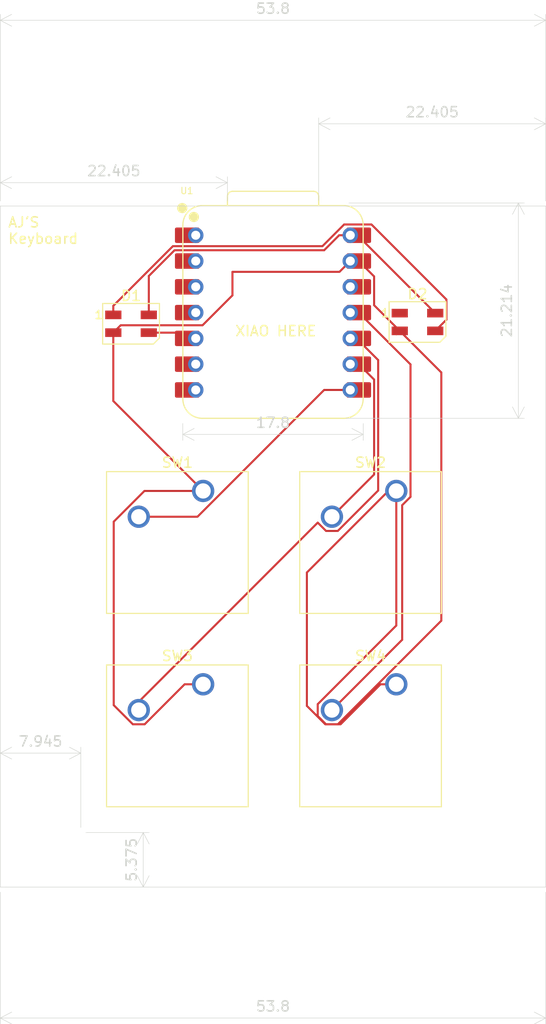
<source format=kicad_pcb>
(kicad_pcb (version 20241229) (generator "pcbnew") (generator_version "9.0")
  (layers (0 "F.Cu" signal) (2 "B.Cu" signal) (13 "F.Paste" user) (15 "B.Paste" user) (5 "F.SilkS" user "F.Silkscreen") (7 "B.SilkS" user "B.Silkscreen") (1 "F.Mask" user) (3 "B.Mask" user) (25 "Edge.Cuts" user))
  (net 0 "")
  (net 1 "GND")
  (net 2 "+5V")
  (net 3 "Net-(D1-DIN)")
  (net 4 "Net-(D1-DOUT)")
  (net 6 "Net-(U1-GPIO1{slash}RX)")
  (net 7 "Net-(U1-GPIO2{slash}SCK)")
  (net 8 "Net-(U1-GPIO4{slash}MISO)")
  (net 9 "Net-(U1-GPIO3{slash}MOSI)")
  (footprint "LED_SMD:LED_SK6812MINI_PLCC4_3.5x3.5mm_P1.75mm" (layer "F.Cu") (at 164.15 69.425)
    (property "Reference" "D2" (at 0 -2.75 0) (layer "F.SilkS"))
    (property "Value" "SK6812MINI")
    (fp_line (start -2.8 -2) (end -2.8 2) (stroke (width 0.12)) (layer "F.SilkS"))
    (fp_line (start -2.8 -2) (end 2.8 -2) (stroke (width 0.12)) (layer "F.SilkS"))
    (fp_line (start -2.8 2) (end 2.2 2) (stroke (width 0.12)) (layer "F.SilkS"))
    (fp_line (start 2.8 1.4) (end 2.2 2) (stroke (width 0.12)) (layer "F.SilkS"))
    (fp_line (start 2.8 1.4) (end 2.8 -2) (stroke (width 0.12)) (layer "F.SilkS"))
    (fp_text user "1" (at -3.2 -0.875 0) (layer "F.SilkS") (effects (font (size 0.8 0.8))))
    (pad "1" smd rect (at -1.75 -0.875) (size 1.6 0.85) (layers "F.Cu" "F.Mask" "F.Paste"))
    (pad "2" smd rect (at -1.75 0.875) (size 1.6 0.85) (layers "F.Cu" "F.Mask" "F.Paste") (net 1 "GND"))
    (pad "3" smd rect (at 1.75 0.875) (size 1.6 0.85) (layers "F.Cu" "F.Mask" "F.Paste") (net 4 "Net-(D1-DOUT)"))
    (pad "4" smd rect (at 1.75 -0.875) (size 1.6 0.85) (layers "F.Cu" "F.Mask" "F.Paste") (net 2 "+5V"))
  )
  (footprint "Button_Switch_Keyboard:SW_Cherry_MX_1.00u_PCB" (layer "F.Cu") (at 162.06 105.12)
    (property "Reference" "SW4" (at -2.54 -2.794 0) (layer "F.SilkS"))
    (property "Value" "SW_Push")
    (fp_line (start -9.525 -1.905) (end 4.445 -1.905) (stroke (width 0.12)) (layer "F.SilkS"))
    (fp_line (start -9.525 12.065) (end -9.525 -1.905) (stroke (width 0.12)) (layer "F.SilkS"))
    (fp_line (start 4.445 -1.905) (end 4.445 12.065) (stroke (width 0.12)) (layer "F.SilkS"))
    (fp_line (start 4.445 12.065) (end -9.525 12.065) (stroke (width 0.12)) (layer "F.SilkS"))
    (pad "" np_thru_hole circle (at -7.62 5.08) (size 1.7 1.7) (drill 1.7) (layers "*.Cu" "*.Mask"))
    (pad "" np_thru_hole circle (at -2.54 5.08) (size 4 4) (drill 4) (layers "*.Cu" "*.Mask"))
    (pad "" np_thru_hole circle (at 2.54 5.08) (size 1.7 1.7) (drill 1.7) (layers "*.Cu" "*.Mask"))
    (pad "1" thru_hole circle (at 0 0) (size 2.2 2.2) (drill 1.5) (layers "*.Cu" "*.Mask") (net 1 "GND"))
    (pad "2" thru_hole circle (at -6.35 2.54) (size 2.2 2.2) (drill 1.5) (layers "*.Cu" "*.Mask") (net 9 "Net-(U1-GPIO3{slash}MOSI)"))
  )
  (footprint "LED_SMD:LED_SK6812MINI_PLCC4_3.5x3.5mm_P1.75mm" (layer "F.Cu") (at 135.9 69.6)
    (property "Reference" "D1" (at 0 -2.75 0) (layer "F.SilkS"))
    (property "Value" "SK6812MINI")
    (fp_line (start -2.8 -2) (end -2.8 2) (stroke (width 0.12)) (layer "F.SilkS"))
    (fp_line (start -2.8 -2) (end 2.8 -2) (stroke (width 0.12)) (layer "F.SilkS"))
    (fp_line (start -2.8 2) (end 2.2 2) (stroke (width 0.12)) (layer "F.SilkS"))
    (fp_line (start 2.8 1.4) (end 2.2 2) (stroke (width 0.12)) (layer "F.SilkS"))
    (fp_line (start 2.8 1.4) (end 2.8 -2) (stroke (width 0.12)) (layer "F.SilkS"))
    (fp_text user "1" (at -3.2 -0.875 0) (layer "F.SilkS") (effects (font (size 0.8 0.8))))
    (pad "1" smd rect (at -1.75 -0.875) (size 1.6 0.85) (layers "F.Cu" "F.Mask" "F.Paste") (net 4 "Net-(D1-DOUT)"))
    (pad "2" smd rect (at -1.75 0.875) (size 1.6 0.85) (layers "F.Cu" "F.Mask" "F.Paste") (net 1 "GND"))
    (pad "3" smd rect (at 1.75 0.875) (size 1.6 0.85) (layers "F.Cu" "F.Mask" "F.Paste") (net 3 "Net-(D1-DIN)"))
    (pad "4" smd rect (at 1.75 -0.875) (size 1.6 0.85) (layers "F.Cu" "F.Mask" "F.Paste") (net 2 "+5V"))
  )
  (footprint "Button_Switch_Keyboard:SW_Cherry_MX_1.00u_PCB" (layer "F.Cu") (at 143.01 105.12)
    (property "Reference" "SW3" (at -2.54 -2.794 0) (layer "F.SilkS"))
    (property "Value" "SW_Push")
    (fp_line (start -9.525 -1.905) (end 4.445 -1.905) (stroke (width 0.12)) (layer "F.SilkS"))
    (fp_line (start -9.525 12.065) (end -9.525 -1.905) (stroke (width 0.12)) (layer "F.SilkS"))
    (fp_line (start 4.445 -1.905) (end 4.445 12.065) (stroke (width 0.12)) (layer "F.SilkS"))
    (fp_line (start 4.445 12.065) (end -9.525 12.065) (stroke (width 0.12)) (layer "F.SilkS"))
    (pad "" np_thru_hole circle (at -7.62 5.08) (size 1.7 1.7) (drill 1.7) (layers "*.Cu" "*.Mask"))
    (pad "" np_thru_hole circle (at -2.54 5.08) (size 4 4) (drill 4) (layers "*.Cu" "*.Mask"))
    (pad "" np_thru_hole circle (at 2.54 5.08) (size 1.7 1.7) (drill 1.7) (layers "*.Cu" "*.Mask"))
    (pad "1" thru_hole circle (at 0 0) (size 2.2 2.2) (drill 1.5) (layers "*.Cu" "*.Mask") (net 1 "GND"))
    (pad "2" thru_hole circle (at -6.35 2.54) (size 2.2 2.2) (drill 1.5) (layers "*.Cu" "*.Mask") (net 8 "Net-(U1-GPIO4{slash}MISO)"))
  )
  (footprint "Button_Switch_Keyboard:SW_Cherry_MX_1.00u_PCB" (layer "F.Cu") (at 162.06 86.07)
    (property "Reference" "SW2" (at -2.54 -2.794 0) (layer "F.SilkS"))
    (property "Value" "SW_Push")
    (fp_line (start -9.525 -1.905) (end 4.445 -1.905) (stroke (width 0.12)) (layer "F.SilkS"))
    (fp_line (start -9.525 12.065) (end -9.525 -1.905) (stroke (width 0.12)) (layer "F.SilkS"))
    (fp_line (start 4.445 -1.905) (end 4.445 12.065) (stroke (width 0.12)) (layer "F.SilkS"))
    (fp_line (start 4.445 12.065) (end -9.525 12.065) (stroke (width 0.12)) (layer "F.SilkS"))
    (pad "" np_thru_hole circle (at -7.62 5.08) (size 1.7 1.7) (drill 1.7) (layers "*.Cu" "*.Mask"))
    (pad "" np_thru_hole circle (at -2.54 5.08) (size 4 4) (drill 4) (layers "*.Cu" "*.Mask"))
    (pad "" np_thru_hole circle (at 2.54 5.08) (size 1.7 1.7) (drill 1.7) (layers "*.Cu" "*.Mask"))
    (pad "1" thru_hole circle (at 0 0) (size 2.2 2.2) (drill 1.5) (layers "*.Cu" "*.Mask") (net 1 "GND"))
    (pad "2" thru_hole circle (at -6.35 2.54) (size 2.2 2.2) (drill 1.5) (layers "*.Cu" "*.Mask") (net 7 "Net-(U1-GPIO2{slash}SCK)"))
  )
  (footprint "OPL:XIAO-RP2040-DIP" (layer "F.Cu") (at 149.9 68.5)
    (property "Reference" "U1" (at -8.5 -12 0) (layer "F.SilkS") (effects (font (size 0.635 0.635) (thickness 0.1016))))
    (property "Value" "XIAO-RP2040-DIP")
    (fp_line (start -8.89 8.509) (end -8.89 -8.636) (stroke (width 0.127)) (layer "F.SilkS"))
    (fp_line (start -6.985 10.414) (end 6.985 10.414) (stroke (width 0.127)) (layer "F.SilkS"))
    (fp_line (start -4.495 -10.541) (end -4.491272 -11.451272) (stroke (width 0.127)) (layer "F.SilkS"))
    (fp_line (start -3.991272 -11.951) (end 4.004 -11.951) (stroke (width 0.127)) (layer "F.SilkS"))
    (fp_line (start 4.504 -11.451) (end 4.504 -10.541) (stroke (width 0.127)) (layer "F.SilkS"))
    (fp_line (start 6.985 -10.541) (end -6.985 -10.541) (stroke (width 0.1)) (layer "F.SilkS"))
    (fp_line (start 6.985 -10.541) (end -6.985 -10.541) (stroke (width 0.127)) (layer "F.SilkS"))
    (fp_line (start 8.89 8.509) (end 8.89 -8.636) (stroke (width 0.127)) (layer "F.SilkS"))
    (fp_arc (start -8.89 -8.636) (mid -8.332038 -9.983038) (end -6.985 -10.541) (stroke (width 0.127)) (layer "F.SilkS"))
    (fp_arc (start -6.985 10.414) (mid -8.332038 9.856038) (end -8.89 8.509) (stroke (width 0.127)) (layer "F.SilkS"))
    (fp_arc (start -4.491272 -11.451272) (mid -4.344728 -11.80464) (end -3.991272 -11.951) (stroke (width 0.127)) (layer "F.SilkS"))
    (fp_arc (start 4.004 -11.951) (mid 4.357553 -11.804553) (end 4.504 -11.451) (stroke (width 0.127)) (layer "F.SilkS"))
    (fp_arc (start 6.985 -10.541) (mid 8.332038 -9.983038) (end 8.89 -8.636) (stroke (width 0.127)) (layer "F.SilkS"))
    (fp_arc (start 8.89 8.509) (mid 8.332038 9.856038) (end 6.985 10.414) (stroke (width 0.127)) (layer "F.SilkS"))
    (fp_circle (center -8.95 -10.3) (end -8.95 -10.554) (stroke (width 0.5)) (fill yes) (layer "F.SilkS"))
    (fp_circle (center -7.807 -9.42) (end -7.807 -9.674) (stroke (width 0.5)) (fill yes) (layer "F.SilkS"))
    (pad "1" smd roundrect (at -8.455 -7.62 180) (size 2.432 1.524) (layers "F.Cu" "F.Mask") (roundrect_rratio 0.1))
    (pad "1" thru_hole circle (at -7.62 -7.62 180) (size 1.524 1.524) (drill 0.889) (layers "*.Cu" "*.Mask"))
    (pad "2" smd roundrect (at -8.455 -5.08 180) (size 2.432 1.524) (layers "F.Cu" "F.Mask") (roundrect_rratio 0.1))
    (pad "2" thru_hole circle (at -7.62 -5.08 180) (size 1.524 1.524) (drill 0.889) (layers "*.Cu" "*.Mask"))
    (pad "3" smd roundrect (at -8.455 -2.54 180) (size 2.432 1.524) (layers "F.Cu" "F.Mask") (roundrect_rratio 0.1))
    (pad "3" thru_hole circle (at -7.62 -2.54 180) (size 1.524 1.524) (drill 0.889) (layers "*.Cu" "*.Mask"))
    (pad "4" smd roundrect (at -8.455 0 180) (size 2.432 1.524) (layers "F.Cu" "F.Mask") (roundrect_rratio 0.1))
    (pad "4" thru_hole circle (at -7.62 0 180) (size 1.524 1.524) (drill 0.889) (layers "*.Cu" "*.Mask"))
    (pad "5" smd roundrect (at -8.455 2.54 180) (size 2.432 1.524) (layers "F.Cu" "F.Mask") (roundrect_rratio 0.1) (net 3 "Net-(D1-DIN)"))
    (pad "5" thru_hole circle (at -7.62 2.54 180) (size 1.524 1.524) (drill 0.889) (layers "*.Cu" "*.Mask") (net 3 "Net-(D1-DIN)"))
    (pad "6" smd roundrect (at -8.455 5.08 180) (size 2.432 1.524) (layers "F.Cu" "F.Mask") (roundrect_rratio 0.1))
    (pad "6" thru_hole circle (at -7.62 5.08 180) (size 1.524 1.524) (drill 0.889) (layers "*.Cu" "*.Mask"))
    (pad "7" smd roundrect (at -8.455 7.62 180) (size 2.432 1.524) (layers "F.Cu" "F.Mask") (roundrect_rratio 0.1))
    (pad "7" thru_hole circle (at -7.62 7.62 180) (size 1.524 1.524) (drill 0.889) (layers "*.Cu" "*.Mask"))
    (pad "8" thru_hole circle (at 7.62 7.62) (size 1.524 1.524) (drill 0.889) (layers "*.Cu" "*.Mask") (net 6 "Net-(U1-GPIO1{slash}RX)"))
    (pad "8" smd roundrect (at 8.455 7.62) (size 2.432 1.524) (layers "F.Cu" "F.Mask") (roundrect_rratio 0.1) (net 6 "Net-(U1-GPIO1{slash}RX)"))
    (pad "9" thru_hole circle (at 7.62 5.08) (size 1.524 1.524) (drill 0.889) (layers "*.Cu" "*.Mask") (net 7 "Net-(U1-GPIO2{slash}SCK)"))
    (pad "9" smd roundrect (at 8.455 5.08) (size 2.432 1.524) (layers "F.Cu" "F.Mask") (roundrect_rratio 0.1) (net 7 "Net-(U1-GPIO2{slash}SCK)"))
    (pad "10" thru_hole circle (at 7.62 2.54) (size 1.524 1.524) (drill 0.889) (layers "*.Cu" "*.Mask") (net 8 "Net-(U1-GPIO4{slash}MISO)"))
    (pad "10" smd roundrect (at 8.455 2.54) (size 2.432 1.524) (layers "F.Cu" "F.Mask") (roundrect_rratio 0.1) (net 8 "Net-(U1-GPIO4{slash}MISO)"))
    (pad "11" thru_hole circle (at 7.62 0) (size 1.524 1.524) (drill 0.889) (layers "*.Cu" "*.Mask") (net 9 "Net-(U1-GPIO3{slash}MOSI)"))
    (pad "11" smd roundrect (at 8.455 0) (size 2.432 1.524) (layers "F.Cu" "F.Mask") (roundrect_rratio 0.1) (net 9 "Net-(U1-GPIO3{slash}MOSI)"))
    (pad "12" thru_hole circle (at 7.62 -2.54) (size 1.524 1.524) (drill 0.889) (layers "*.Cu" "*.Mask"))
    (pad "12" smd roundrect (at 8.455 -2.54) (size 2.432 1.524) (layers "F.Cu" "F.Mask") (roundrect_rratio 0.1))
    (pad "13" thru_hole circle (at 7.62 -5.08) (size 1.524 1.524) (drill 0.889) (layers "*.Cu" "*.Mask") (net 1 "GND"))
    (pad "13" smd roundrect (at 8.455 -5.08) (size 2.432 1.524) (layers "F.Cu" "F.Mask") (roundrect_rratio 0.1) (net 1 "GND"))
    (pad "14" thru_hole circle (at 7.62 -7.62) (size 1.524 1.524) (drill 0.889) (layers "*.Cu" "*.Mask") (net 2 "+5V"))
    (pad "14" smd roundrect (at 8.455 -7.62) (size 2.432 1.524) (layers "F.Cu" "F.Mask") (roundrect_rratio 0.1) (net 2 "+5V"))
  )
  (footprint "Button_Switch_Keyboard:SW_Cherry_MX_1.00u_PCB" (layer "F.Cu") (at 143.01 86.07)
    (property "Reference" "SW1" (at -2.54 -2.794 0) (layer "F.SilkS"))
    (property "Value" "SW_Push")
    (fp_line (start -9.525 -1.905) (end 4.445 -1.905) (stroke (width 0.12)) (layer "F.SilkS"))
    (fp_line (start -9.525 12.065) (end -9.525 -1.905) (stroke (width 0.12)) (layer "F.SilkS"))
    (fp_line (start 4.445 -1.905) (end 4.445 12.065) (stroke (width 0.12)) (layer "F.SilkS"))
    (fp_line (start 4.445 12.065) (end -9.525 12.065) (stroke (width 0.12)) (layer "F.SilkS"))
    (pad "" np_thru_hole circle (at -7.62 5.08) (size 1.7 1.7) (drill 1.7) (layers "*.Cu" "*.Mask"))
    (pad "" np_thru_hole circle (at -2.54 5.08) (size 4 4) (drill 4) (layers "*.Cu" "*.Mask"))
    (pad "" np_thru_hole circle (at 2.54 5.08) (size 1.7 1.7) (drill 1.7) (layers "*.Cu" "*.Mask"))
    (pad "1" thru_hole circle (at 0 0) (size 2.2 2.2) (drill 1.5) (layers "*.Cu" "*.Mask") (net 1 "GND"))
    (pad "2" thru_hole circle (at -6.35 2.54) (size 2.2 2.2) (drill 1.5) (layers "*.Cu" "*.Mask") (net 6 "Net-(U1-GPIO1{slash}RX)"))
  )
  (gr_rect (start 123 58) (end 176.8 125.1) (stroke (width 0.05)) (fill no) (layer "Edge.Cuts"))
  (gr_text "XIAO HERE" (at 146.1 70.9 0) (layer "F.SilkS") (effects (font (size 1 1)) (justify left bottom)))
  (gr_text "AJ'S\nKeyboard\n" (at 123.7 61.8 0) (layer "F.SilkS") (effects (font (size 1 1)) (justify left bottom)))
  (dimension (type orthogonal) (layer "Edge.Cuts") (pts (xy 141 78.925) (xy 158.8 78.925)) (height 1.575) (orientation 0) (format (prefix "") (suffix "") (units 3) (units_format 0) (precision 4) (suppress_zeroes yes)) (style (thickness 0.05) (arrow_length 1.27) (text_position_mode 0) (arrow_direction outward) (extension_height 0.58642) (extension_offset 0.5) (keep_text_aligned yes)) (gr_text "17.8" (at 149.9 79.35 0) (layer "Edge.Cuts") (effects (font (size 1 1) (thickness 0.15)))))
  (dimension (type orthogonal) (layer "Edge.Cuts") (pts (xy 123 58) (xy 145.405 58)) (height -2.3) (orientation 0) (format (prefix "") (suffix "") (units 3) (units_format 0) (precision 4) (suppress_zeroes yes)) (style (thickness 0.05) (arrow_length 1.27) (text_position_mode 0) (arrow_direction outward) (extension_height 0.58642) (extension_offset 0.5) (keep_text_aligned yes)) (gr_text "22.405" (at 134.2025 54.55 0) (layer "Edge.Cuts") (effects (font (size 1 1) (thickness 0.15)))))
  (dimension (type orthogonal) (layer "Edge.Cuts") (pts (xy 123 125.1) (xy 176.8 125.1)) (height 12.9) (orientation 0) (format (prefix "") (suffix "") (units 3) (units_format 0) (precision 4) (suppress_zeroes yes)) (style (thickness 0.05) (arrow_length 1.27) (text_position_mode 0) (arrow_direction outward) (extension_height 0.58642) (extension_offset 0.5) (keep_text_aligned yes)) (gr_text "53.8" (at 149.9 136.85 0) (layer "Edge.Cuts") (effects (font (size 1 1) (thickness 0.15)))))
  (dimension (type orthogonal) (layer "Edge.Cuts") (pts (xy 123 58) (xy 176.8 58)) (height -18.3) (orientation 0) (format (prefix "") (suffix "") (units 3) (units_format 0) (precision 4) (suppress_zeroes yes)) (style (thickness 0.05) (arrow_length 1.27) (text_position_mode 0) (arrow_direction outward) (extension_height 0.58642) (extension_offset 0.5) (keep_text_aligned yes)) (gr_text "53.8" (at 149.9 38.55 0) (layer "Edge.Cuts") (effects (font (size 1 1) (thickness 0.15)))))
  (dimension (type orthogonal) (layer "Edge.Cuts") (pts (xy 176.8 58) (xy 154.404 57.959)) (height -8.1) (orientation 0) (format (prefix "") (suffix "") (units 3) (units_format 0) (precision 4) (override_value "22.405") (suppress_zeroes yes)) (style (thickness 0.05) (arrow_length 1.27) (text_position_mode 0) (arrow_direction outward) (extension_height 0.58642) (extension_offset 0.5) (keep_text_aligned yes)) (gr_text "22.405" (at 165.602 48.75 0) (layer "Edge.Cuts") (effects (font (size 1 1) (thickness 0.15)))))
  (dimension (type orthogonal) (layer "Edge.Cuts") (pts (xy 123 125.1) (xy 130.945 119.725)) (height -13.2) (orientation 0) (format (prefix "") (suffix "") (units 3) (units_format 0) (precision 4) (suppress_zeroes yes)) (style (thickness 0.05) (arrow_length 1.27) (text_position_mode 0) (arrow_direction outward) (extension_height 0.58642) (extension_offset 0.5) (keep_text_aligned yes)) (gr_text "7.945" (at 126.9725 110.75 0) (layer "Edge.Cuts") (effects (font (size 1 1) (thickness 0.15)))))
  (dimension (type orthogonal) (layer "Edge.Cuts") (pts (xy 156.885 57.7) (xy 156.6 78.914)) (height 17.215) (orientation 1) (format (prefix "") (suffix "") (units 3) (units_format 0) (precision 4) (suppress_zeroes yes)) (style (thickness 0.05) (arrow_length 1.27) (text_position_mode 0) (arrow_direction outward) (extension_height 0.58642) (extension_offset 0.5) (keep_text_aligned yes)) (gr_text "21.214" (at 172.95 68.307 90) (layer "Edge.Cuts") (effects (font (size 1 1) (thickness 0.15)))))
  (dimension (type orthogonal) (layer "Edge.Cuts") (pts (xy 123 125.1) (xy 130.945 119.725)) (height 14.1) (orientation 1) (format (prefix "") (suffix "") (units 3) (units_format 0) (precision 4) (suppress_zeroes yes)) (style (thickness 0.05) (arrow_length 1.27) (text_position_mode 0) (arrow_direction outward) (extension_height 0.58642) (extension_offset 0.5) (keep_text_aligned yes)) (gr_text "5.375" (at 135.95 122.4125 90) (layer "Edge.Cuts") (effects (font (size 1 1) (thickness 0.15)))))
  (segment (start 145.9 64.483) (end 156.457 64.483) (width 0.2) (layer "F.Cu") (net 1))
  (segment (start 162.06 70.64) (end 162.4 70.3) (width 0.2) (layer "F.Cu") (net 1))
  (segment (start 161.275184 86.07) (end 153.239 94.106184) (width 0.2) (layer "F.Cu") (net 1))
  (segment (start 145.9 66.8) (end 145.9 64.483) (width 0.2) (layer "F.Cu") (net 1))
  (segment (start 143.01 86.07) (end 134.15 77.21) (width 0.2) (layer "F.Cu") (net 1))
  (segment (start 156.290314 109.061) (end 166.5 98.851314) (width 0.2) (layer "F.Cu") (net 1))
  (segment (start 153.239 94.106184) (end 153.239 107.243816) (width 0.2) (layer "F.Cu") (net 1))
  (segment (start 134.876 69.749) (end 142.951 69.749) (width 0.2) (layer "F.Cu") (net 1))
  (segment (start 134.15 70.475) (end 134.876 69.749) (width 0.2) (layer "F.Cu") (net 1))
  (segment (start 159.872 64.937) (end 158.355 63.42) (width 0.2) (layer "F.Cu") (net 1))
  (segment (start 153.239 107.243816) (end 155.056184 109.061) (width 0.2) (layer "F.Cu") (net 1))
  (segment (start 162.4 70.3) (end 159.872 67.772) (width 0.2) (layer "F.Cu") (net 1))
  (segment (start 137.218686 86.07) (end 143.01 86.07) (width 0.2) (layer "F.Cu") (net 1))
  (segment (start 137.240314 109.061) (end 136.079686 109.061) (width 0.2) (layer "F.Cu") (net 1))
  (segment (start 141.181314 105.12) (end 137.240314 109.061) (width 0.2) (layer "F.Cu") (net 1))
  (segment (start 166.5 74.4) (end 162.4 70.3) (width 0.2) (layer "F.Cu") (net 1))
  (segment (start 155.129686 109.061) (end 156.563366 109.061) (width 0.2) (layer "F.Cu") (net 1))
  (segment (start 155.056184 109.061) (end 156.290314 109.061) (width 0.2) (layer "F.Cu") (net 1))
  (segment (start 156.457 64.483) (end 157.52 63.42) (width 0.2) (layer "F.Cu") (net 1))
  (segment (start 160.504366 105.12) (end 162.06 105.12) (width 0.2) (layer "F.Cu") (net 1))
  (segment (start 154.309 107.079686) (end 154.309 108.240314) (width 0.2) (layer "F.Cu") (net 1))
  (segment (start 134.15 77.21) (end 134.15 70.475) (width 0.2) (layer "F.Cu") (net 1))
  (segment (start 162.06 86.07) (end 161.275184 86.07) (width 0.2) (layer "F.Cu") (net 1))
  (segment (start 154.309 108.240314) (end 155.129686 109.061) (width 0.2) (layer "F.Cu") (net 1))
  (segment (start 136.079686 109.061) (end 134.189 107.170314) (width 0.2) (layer "F.Cu") (net 1))
  (segment (start 162.06 86.07) (end 162.06 99.328686) (width 0.2) (layer "F.Cu") (net 1))
  (segment (start 134.189 107.170314) (end 134.189 89.099686) (width 0.2) (layer "F.Cu") (net 1))
  (segment (start 166.5 98.851314) (end 166.5 74.4) (width 0.2) (layer "F.Cu") (net 1))
  (segment (start 162.06 99.328686) (end 154.309 107.079686) (width 0.2) (layer "F.Cu") (net 1))
  (segment (start 134.189 89.099686) (end 137.218686 86.07) (width 0.2) (layer "F.Cu") (net 1))
  (segment (start 143.01 105.12) (end 141.181314 105.12) (width 0.2) (layer "F.Cu") (net 1))
  (segment (start 142.951 69.749) (end 145.9 66.8) (width 0.2) (layer "F.Cu") (net 1))
  (segment (start 156.563366 109.061) (end 160.504366 105.12) (width 0.2) (layer "F.Cu") (net 1))
  (segment (start 159.872 67.772) (end 159.872 64.937) (width 0.2) (layer "F.Cu") (net 1))
  (segment (start 156.42 60.88) (end 154.943 62.357) (width 0.2) (layer "F.Cu") (net 2))
  (segment (start 157.52 60.88) (end 156.42 60.88) (width 0.2) (layer "F.Cu") (net 2))
  (segment (start 137.65 64.896374) (end 140.189374 62.357) (width 0.2) (layer "F.Cu") (net 2))
  (segment (start 158.23 60.88) (end 165.9 68.55) (width 0.2) (layer "F.Cu") (net 2))
  (segment (start 137.65 68.725) (end 137.65 64.896374) (width 0.2) (layer "F.Cu") (net 2))
  (segment (start 154.943 62.357) (end 140.189374 62.357) (width 0.2) (layer "F.Cu") (net 2))
  (segment (start 157.52 60.88) (end 158.23 60.88) (width 0.2) (layer "F.Cu") (net 2))
  (segment (start 141.715 70.475) (end 142.28 71.04) (width 0.2) (layer "F.Cu") (net 3))
  (segment (start 137.65 70.475) (end 141.715 70.475) (width 0.2) (layer "F.Cu") (net 3))
  (segment (start 140.023274 61.956) (end 154.7769 61.956) (width 0.2) (layer "F.Cu") (net 4))
  (segment (start 167.001 67.207374) (end 167.001 69.199) (width 0.2) (layer "F.Cu") (net 4))
  (segment (start 134.15 68.725) (end 134.15 67.829274) (width 0.2) (layer "F.Cu") (net 4))
  (segment (start 134.15 67.829274) (end 140.023274 61.956) (width 0.2) (layer "F.Cu") (net 4))
  (segment (start 156.9159 59.817) (end 159.610626 59.817) (width 0.2) (layer "F.Cu") (net 4))
  (segment (start 167.001 69.199) (end 165.9 70.3) (width 0.2) (layer "F.Cu") (net 4))
  (segment (start 159.610626 59.817) (end 167.001 67.207374) (width 0.2) (layer "F.Cu") (net 4))
  (segment (start 154.7769 61.956) (end 156.9159 59.817) (width 0.2) (layer "F.Cu") (net 4))
  (segment (start 142.451314 88.61) (end 154.941314 76.12) (width 0.2) (layer "F.Cu") (net 6))
  (segment (start 154.941314 76.12) (end 157.52 76.12) (width 0.2) (layer "F.Cu") (net 6))
  (segment (start 136.66 88.61) (end 142.451314 88.61) (width 0.2) (layer "F.Cu") (net 6))
  (segment (start 159.872 75.097) (end 158.355 73.58) (width 0.2) (layer "F.Cu") (net 7))
  (segment (start 155.71 88.61) (end 159.872 84.448) (width 0.2) (layer "F.Cu") (net 7))
  (segment (start 159.872 84.448) (end 159.872 75.097) (width 0.2) (layer "F.Cu") (net 7))
  (segment (start 160.273 86.028314) (end 160.273 73.179374) (width 0.2) (layer "F.Cu") (net 8))
  (segment (start 160.273 73.179374) (end 158.133626 71.04) (width 0.2) (layer "F.Cu") (net 8))
  (segment (start 136.66 106.839314) (end 154.309 89.190314) (width 0.2) (layer "F.Cu") (net 8))
  (segment (start 155.129686 90.011) (end 156.290314 90.011) (width 0.2) (layer "F.Cu") (net 8))
  (segment (start 154.309 89.190314) (end 155.129686 90.011) (width 0.2) (layer "F.Cu") (net 8))
  (segment (start 136.66 107.66) (end 136.66 106.839314) (width 0.2) (layer "F.Cu") (net 8))
  (segment (start 156.290314 90.011) (end 160.273 86.028314) (width 0.2) (layer "F.Cu") (net 8))
  (segment (start 158.133626 71.04) (end 157.52 71.04) (width 0.2) (layer "F.Cu") (net 8))
  (segment (start 155.71 107.66) (end 162.640314 100.729686) (width 0.2) (layer "F.Cu") (net 9))
  (segment (start 162.640314 87.471) (end 163.461 86.650314) (width 0.2) (layer "F.Cu") (net 9))
  (segment (start 162.640314 100.729686) (end 162.640314 87.471) (width 0.2) (layer "F.Cu") (net 9))
  (segment (start 163.461 86.650314) (end 163.461 73.606) (width 0.2) (layer "F.Cu") (net 9))
  (segment (start 163.461 73.606) (end 158.355 68.5) (width 0.2) (layer "F.Cu") (net 9))
)
</source>
